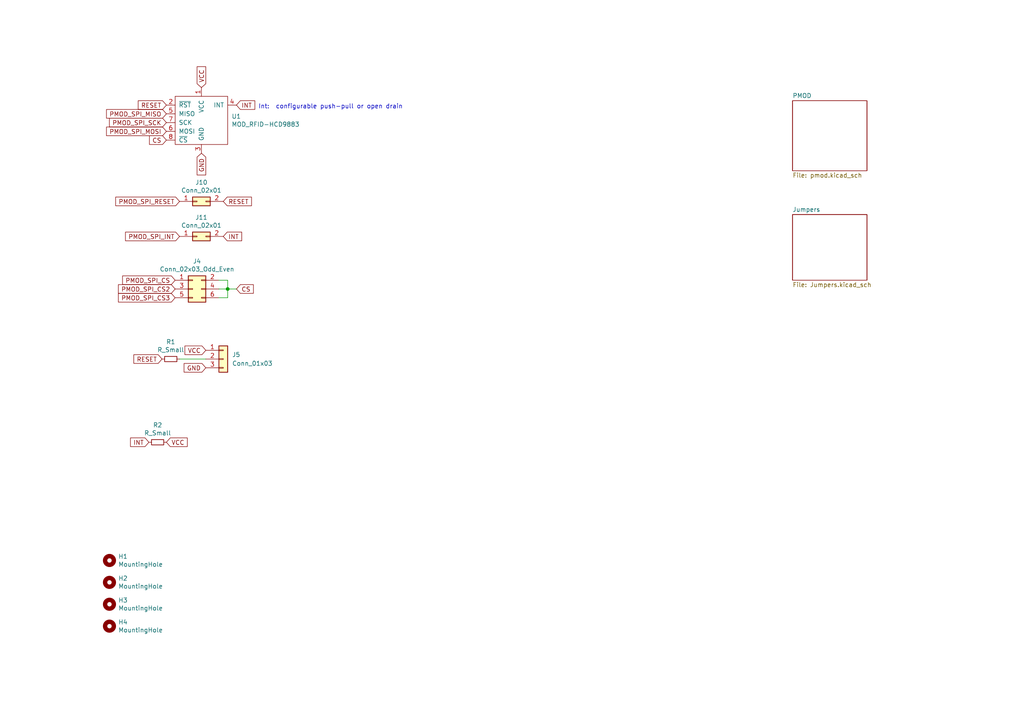
<source format=kicad_sch>
(kicad_sch (version 20211123) (generator eeschema)
  (paper "A4")
  (lib_symbols
    (symbol "AvS_Modules:MOD_RFID-RC522" (pin_names (offset 1.016))
      (property "Reference" "U" (at -6.35 -8.89 0))
      (property "Value" "MOD_RFID-RC522" (at 10.16 -8.89 0))
      (symbol "MOD_RFID-RC522_1_1"
        (rectangle (start -7.62 6.35) (end 7.62 -7.62))
        (pin power_in line (at 0 8.89 270) (length 2.54) (name "VCC") (number "1"))
        (pin input line (at -10.16 3.81 0) (length 2.54) (name "~{RST}") (number "2"))
        (pin power_in line (at 0 -10.16 90) (length 2.54) (name "GND") (number "3"))
        (pin output line (at 10.16 3.81 180) (length 2.54) (name "INT") (number "4"))
        (pin output line (at -10.16 1.27 0) (length 2.54) (name "MISO") (number "5"))
        (pin input line (at -10.16 -3.81 0) (length 2.54) (name "MOSI") (number "6"))
        (pin input line (at -10.16 -1.27 0) (length 2.54) (name "SCK") (number "7"))
        (pin input line (at -10.16 -6.35 0) (length 2.54) (name "~{CS}") (number "8"))
      )
    )
    (symbol "Connector_Generic:Conn_01x03" (pin_names (offset 1.016) hide)
      (property "Reference" "J" (at 0 5.08 0))
      (property "Value" "Conn_01x03" (at 0 -5.08 0))
      (symbol "Conn_01x03_1_1"
        (rectangle (start -1.27 -2.413) (end 0 -2.667) (stroke (width 0.1524)))
        (rectangle (start -1.27 0.127) (end 0 -0.127) (stroke (width 0.1524)))
        (rectangle (start -1.27 2.667) (end 0 2.413) (stroke (width 0.1524)))
        (rectangle (start -1.27 3.81) (end 1.27 -3.81) (stroke (width 0.254)) (fill (type background)))
        (pin passive line (at -5.08 2.54 0) (length 3.81) (name "Pin_1") (number "1"))
        (pin passive line (at -5.08 0 0) (length 3.81) (name "Pin_2") (number "2"))
        (pin passive line (at -5.08 -2.54 0) (length 3.81) (name "Pin_3") (number "3"))
      )
    )
    (symbol "Connector_Generic:Conn_02x01" (pin_names (offset 1.016) hide)
      (property "Reference" "J" (at 1.27 2.54 0))
      (property "Value" "Conn_02x01" (at 1.27 -2.54 0))
      (symbol "Conn_02x01_1_1"
        (rectangle (start -1.27 0.127) (end 0 -0.127) (stroke (width 0.1524)))
        (rectangle (start -1.27 1.27) (end 3.81 -1.27) (stroke (width 0.254)) (fill (type background)))
        (rectangle (start 3.81 0.127) (end 2.54 -0.127) (stroke (width 0.1524)))
        (pin passive line (at -5.08 0 0) (length 3.81) (name "Pin_1") (number "1"))
        (pin passive line (at 7.62 0 180) (length 3.81) (name "Pin_2") (number "2"))
      )
    )
    (symbol "Connector_Generic:Conn_02x03_Odd_Even" (pin_names (offset 1.016) hide)
      (property "Reference" "J" (at 1.27 5.08 0))
      (property "Value" "Conn_02x03_Odd_Even" (at 1.27 -5.08 0))
      (symbol "Conn_02x03_Odd_Even_1_1"
        (rectangle (start -1.27 -2.413) (end 0 -2.667) (stroke (width 0.1524)))
        (rectangle (start -1.27 0.127) (end 0 -0.127) (stroke (width 0.1524)))
        (rectangle (start -1.27 2.667) (end 0 2.413) (stroke (width 0.1524)))
        (rectangle (start -1.27 3.81) (end 3.81 -3.81) (stroke (width 0.254)) (fill (type background)))
        (rectangle (start 3.81 -2.413) (end 2.54 -2.667) (stroke (width 0.1524)))
        (rectangle (start 3.81 0.127) (end 2.54 -0.127) (stroke (width 0.1524)))
        (rectangle (start 3.81 2.667) (end 2.54 2.413) (stroke (width 0.1524)))
        (pin passive line (at -5.08 2.54 0) (length 3.81) (name "Pin_1") (number "1"))
        (pin passive line (at 7.62 2.54 180) (length 3.81) (name "Pin_2") (number "2"))
        (pin passive line (at -5.08 0 0) (length 3.81) (name "Pin_3") (number "3"))
        (pin passive line (at 7.62 0 180) (length 3.81) (name "Pin_4") (number "4"))
        (pin passive line (at -5.08 -2.54 0) (length 3.81) (name "Pin_5") (number "5"))
        (pin passive line (at 7.62 -2.54 180) (length 3.81) (name "Pin_6") (number "6"))
      )
    )
    (symbol "Device:R_Small" (pin_numbers hide) (pin_names (offset 0.254) hide)
      (property "Reference" "R" (at 0.762 0.508 0))
      (property "Value" "R_Small" (at 0.762 -1.016 0))
      (symbol "R_Small_0_1"
        (rectangle (start -0.762 1.778) (end 0.762 -1.778) (stroke (width 0.2032)))
      )
      (symbol "R_Small_1_1"
        (pin passive line (at 0 2.54 270) (length 0.762) (name "~") (number "1"))
        (pin passive line (at 0 -2.54 90) (length 0.762) (name "~") (number "2"))
      )
    )
    (symbol "Mechanical:MountingHole" (pin_names (offset 1.016))
      (property "Reference" "H" (at 0 5.08 0))
      (property "Value" "MountingHole" (at 0 3.175 0))
      (symbol "MountingHole_0_1"
        (circle (center 0 0) (radius 1.27) (stroke (width 1.27)))
      )
    )
  )
  (junction (at 66.04 83.82))
  (wire (pts (xy 63.5 81.28) (xy 66.04 81.28)))
  (wire (pts (xy 63.5 86.36) (xy 66.04 86.36)))
  (wire (pts (xy 52.07 104.14) (xy 59.69 104.14)))
  (wire (pts (xy 66.04 86.36) (xy 66.04 83.82)))
  (wire (pts (xy 66.04 83.82) (xy 68.58 83.82)))
  (wire (pts (xy 66.04 81.28) (xy 66.04 83.82)))
  (wire (pts (xy 66.04 83.82) (xy 63.5 83.82)))
  (text "Int:  configurable push-pull or open drain" (at 74.93 31.75 0) (effects (font (size 1.27 1.27)) (justify left bottom)))
  (global_label "PMOD_SPI_MOSI" (shape input) (at 48.26 38.1 180) (property "Intersheet-verwijzingen" "${INTERSHEET_REFS}" (effects hide)))
  (global_label "PMOD_SPI_RESET" (shape input) (at 52.07 58.42 180) (property "Intersheet-verwijzingen" "${INTERSHEET_REFS}" (effects hide)))
  (global_label "PMOD_SPI_CS2" (shape input) (at 50.8 83.82 180) (property "Intersheet-verwijzingen" "${INTERSHEET_REFS}" (effects hide)))
  (global_label "VCC" (shape input) (at 59.69 101.6 180) (property "Intersheet-verwijzingen" "${INTERSHEET_REFS}" (effects hide)))
  (global_label "GND" (shape input) (at 59.69 106.68 180) (property "Intersheet-verwijzingen" "${INTERSHEET_REFS}" (effects hide)))
  (global_label "VCC" (shape input) (at 48.26 128.27 0) (property "Intersheet-verwijzingen" "${INTERSHEET_REFS}" (effects hide)))
  (global_label "INT" (shape input) (at 43.18 128.27 180) (property "Intersheet-verwijzingen" "${INTERSHEET_REFS}" (effects hide)))
  (global_label "INT" (shape input) (at 68.58 30.48 0) (property "Intersheet-verwijzingen" "${INTERSHEET_REFS}" (effects hide)))
  (global_label "INT" (shape input) (at 64.77 68.58 0) (property "Intersheet-verwijzingen" "${INTERSHEET_REFS}" (effects hide)))
  (global_label "CS" (shape input) (at 68.58 83.82 0) (property "Intersheet-verwijzingen" "${INTERSHEET_REFS}" (effects hide)))
  (global_label "CS" (shape input) (at 48.26 40.64 180) (property "Intersheet-verwijzingen" "${INTERSHEET_REFS}" (effects hide)))
  (global_label "GND" (shape input) (at 58.42 44.45 270) (property "Intersheet-verwijzingen" "${INTERSHEET_REFS}" (effects hide)))
  (global_label "PMOD_SPI_MISO" (shape input) (at 48.26 33.02 180) (property "Intersheet-verwijzingen" "${INTERSHEET_REFS}" (effects hide)))
  (global_label "PMOD_SPI_CS3" (shape input) (at 50.8 86.36 180) (property "Intersheet-verwijzingen" "${INTERSHEET_REFS}" (effects hide)))
  (global_label "PMOD_SPI_INT" (shape input) (at 52.07 68.58 180) (property "Intersheet-verwijzingen" "${INTERSHEET_REFS}" (effects hide)))
  (global_label "RESET" (shape input) (at 48.26 30.48 180) (property "Intersheet-verwijzingen" "${INTERSHEET_REFS}" (effects hide)))
  (global_label "PMOD_SPI_SCK" (shape input) (at 48.26 35.56 180) (property "Intersheet-verwijzingen" "${INTERSHEET_REFS}" (effects hide)))
  (global_label "VCC" (shape input) (at 58.42 25.4 90) (property "Intersheet-verwijzingen" "${INTERSHEET_REFS}" (effects hide)))
  (global_label "PMOD_SPI_CS" (shape input) (at 50.8 81.28 180) (property "Intersheet-verwijzingen" "${INTERSHEET_REFS}" (effects hide)))
  (global_label "RESET" (shape input) (at 64.77 58.42 0) (property "Intersheet-verwijzingen" "${INTERSHEET_REFS}" (effects hide)))
  (global_label "RESET" (shape input) (at 46.99 104.14 180) (property "Intersheet-verwijzingen" "${INTERSHEET_REFS}" (effects hide)))
  (symbol (lib_id "Mechanical:MountingHole") (at 31.75 181.61 0) (unit 1)
    (property "Reference" "H4" (at 34.29 180.4416 0) (effects (justify left)))
    (property "Value" "MountingHole" (at 34.29 182.753 0) (effects (justify left)))
    (property "Footprint" "MountingHole:MountingHole_3.2mm_M3_Pad_Via" (effects hide))
  )
  (symbol (lib_id "Mechanical:MountingHole") (at 31.75 175.26 0) (unit 1)
    (property "Reference" "H3" (at 34.29 174.0916 0) (effects (justify left)))
    (property "Value" "MountingHole" (at 34.29 176.403 0) (effects (justify left)))
    (property "Footprint" "MountingHole:MountingHole_3.2mm_M3_Pad_Via" (effects hide))
  )
  (symbol (lib_id "Mechanical:MountingHole") (at 31.75 168.91 0) (unit 1)
    (property "Reference" "H2" (at 34.29 167.7416 0) (effects (justify left)))
    (property "Value" "MountingHole" (at 34.29 170.053 0) (effects (justify left)))
    (property "Footprint" "MountingHole:MountingHole_3.2mm_M3_Pad_Via" (effects hide))
  )
  (symbol (lib_id "Mechanical:MountingHole") (at 31.75 162.56 0) (unit 1)
    (property "Reference" "H1" (at 34.29 161.3916 0) (effects (justify left)))
    (property "Value" "MountingHole" (at 34.29 163.703 0) (effects (justify left)))
    (property "Footprint" "MountingHole:MountingHole_3.2mm_M3_Pad_Via" (effects hide))
  )
  (symbol (lib_id "AvS_Modules:MOD_RFID-RC522") (at 58.42 34.29 0) (unit 1)
    (property "Reference" "U1" (at 67.1576 33.7566 0) (effects (justify left)))
    (property "Value" "MOD_RFID-HCD9883" (at 67.1576 36.068 0) (effects (justify left)))
    (property "Footprint" "AvS_Modules:MOD_RFID-RC522_STRAIGHT_UP" (effects hide))
  )
  (symbol (lib_id "Connector_Generic:Conn_02x03_Odd_Even") (at 55.88 83.82 0) (unit 1)
    (property "Reference" "J4" (at 57.15 75.7682 0))
    (property "Value" "Conn_02x03_Odd_Even" (at 57.15 78.0796 0))
    (property "Footprint" "Connector_PinHeader_2.54mm:PinHeader_2x03_P2.54mm_Vertical" (effects hide))
  )
  (symbol (lib_id "Connector_Generic:Conn_02x01") (at 57.15 58.42 0) (unit 1)
    (property "Reference" "J10" (at 58.42 52.9082 0))
    (property "Value" "Conn_02x01" (at 58.42 55.2196 0))
    (property "Footprint" "Connector_PinHeader_2.54mm:PinHeader_1x02_P2.54mm_Vertical" (effects hide))
  )
  (symbol (lib_id "Connector_Generic:Conn_02x01") (at 57.15 68.58 0) (unit 1)
    (property "Reference" "J11" (at 58.42 63.0682 0))
    (property "Value" "Conn_02x01" (at 58.42 65.3796 0))
    (property "Footprint" "Connector_PinHeader_2.54mm:PinHeader_1x02_P2.54mm_Vertical" (effects hide))
  )
  (symbol (lib_id "Device:R_Small") (at 49.53 104.14 270) (unit 1)
    (property "Reference" "R1" (at 49.53 99.1616 90))
    (property "Value" "R_Small" (at 49.53 101.473 90))
    (property "Footprint" "Resistor_THT:R_Axial_DIN0207_L6.3mm_D2.5mm_P10.16mm_Horizontal" (effects hide))
  )
  (symbol (lib_id "Device:R_Small") (at 45.72 128.27 270) (unit 1)
    (property "Reference" "R2" (at 45.72 123.2916 90))
    (property "Value" "R_Small" (at 45.72 125.603 90))
    (property "Footprint" "Resistor_THT:R_Axial_DIN0207_L6.3mm_D2.5mm_P10.16mm_Horizontal" (effects hide))
  )
  (symbol (lib_id "Connector_Generic:Conn_01x03") (at 64.77 104.14 0) (unit 1)
    (property "Reference" "J5" (at 67.31 102.8699 0) (effects (justify left)))
    (property "Value" "Conn_01x03" (at 67.31 105.4099 0) (effects (justify left)))
    (property "Footprint" "Connector_PinHeader_2.54mm:PinHeader_1x03_P2.54mm_Vertical" (effects hide))
  )
  (sheet (at 229.87 29.21) (size 21.59 20.32)
    (property "Sheet name" "PMOD" (at 229.87 28.4984 0) (effects (justify left bottom)))
    (property "Sheet file" "pmod.kicad_sch" (at 229.87 50.1146 0) (effects (justify left top)))
  )
  (sheet (at 229.87 62.23) (size 21.59 19.05)
    (property "Sheet name" "Jumpers" (at 229.87 61.5184 0) (effects (justify left bottom)))
    (property "Sheet file" "Jumpers.kicad_sch" (at 229.87 81.8646 0) (effects (justify left top)))
  )
)
</source>
